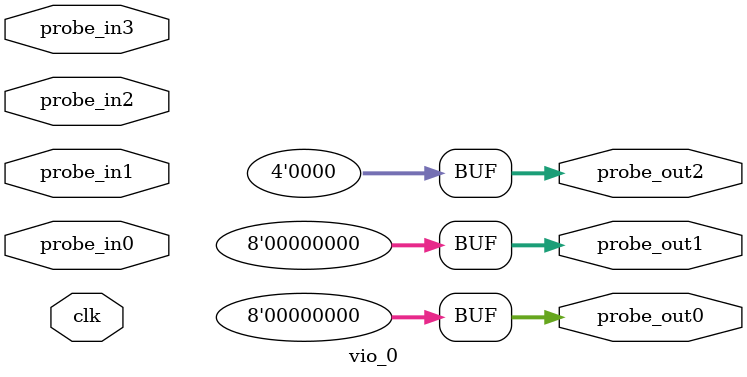
<source format=v>
`timescale 1ns / 1ps
module vio_0 (
clk,
probe_in0,probe_in1,probe_in2,probe_in3,
probe_out0,
probe_out1,
probe_out2
);

input clk;
input [7 : 0] probe_in0;
input [7 : 0] probe_in1;
input [7 : 0] probe_in2;
input [7 : 0] probe_in3;

output reg [7 : 0] probe_out0 = 'h00 ;
output reg [7 : 0] probe_out1 = 'h00 ;
output reg [3 : 0] probe_out2 = 'h0 ;


endmodule

</source>
